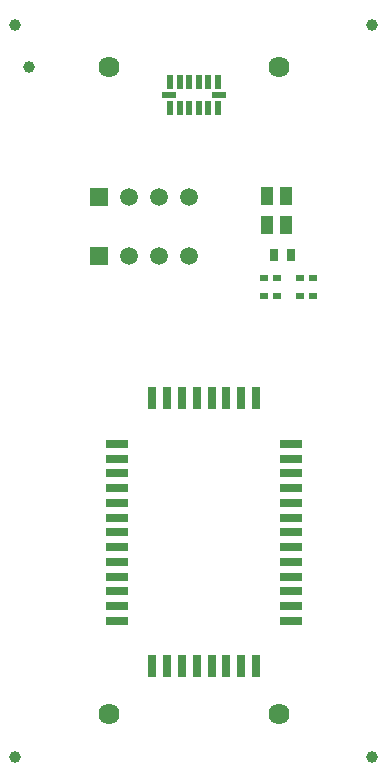
<source format=gbr>
%TF.GenerationSoftware,Altium Limited,Altium Designer,21.1.0 (24)*%
G04 Layer_Color=255*
%FSLAX45Y45*%
%MOMM*%
%TF.SameCoordinates,49BA872B-5DCF-458F-AF9B-1BC46ABFEFE7*%
%TF.FilePolarity,Positive*%
%TF.FileFunction,Pads,Top*%
%TF.Part,Single*%
G01*
G75*
%TA.AperFunction,SMDPad,CuDef*%
%ADD11R,0.70000X0.60000*%
%ADD12R,0.55000X1.14500*%
%ADD13R,1.14500X0.55000*%
%ADD14R,1.90000X0.70000*%
%ADD15R,0.70000X1.90000*%
%ADD16R,1.10000X1.57000*%
%ADD17R,0.78000X0.99000*%
%TA.AperFunction,WasherPad*%
%ADD18C,0.99000*%
%TA.AperFunction,ComponentPad*%
%ADD19C,1.78500*%
%ADD20C,0.99000*%
%ADD21C,1.50000*%
%ADD22R,1.50000X1.50000*%
D11*
X2805002Y4149998D02*
D03*
X2695005D02*
D03*
X2995004D02*
D03*
X3105001D02*
D03*
Y3999996D02*
D03*
X2995004D02*
D03*
X2695005D02*
D03*
X2805002D02*
D03*
D12*
X2300004Y5809705D02*
D03*
X2220004D02*
D03*
X2140004D02*
D03*
X2060005D02*
D03*
X1980005D02*
D03*
X1900005D02*
D03*
Y5590305D02*
D03*
X1980005D02*
D03*
X2060005D02*
D03*
X2140004D02*
D03*
X2220004D02*
D03*
X2300004D02*
D03*
D13*
X1890206Y5700007D02*
D03*
X2309803D02*
D03*
D14*
X1449998Y2750001D02*
D03*
Y2625002D02*
D03*
Y2500004D02*
D03*
Y2375005D02*
D03*
Y2250002D02*
D03*
Y2125003D02*
D03*
Y2000005D02*
D03*
Y1875001D02*
D03*
Y1750003D02*
D03*
Y1625004D02*
D03*
Y1500001D02*
D03*
Y1375002D02*
D03*
Y1250004D02*
D03*
X2919998D02*
D03*
Y1375002D02*
D03*
Y1500001D02*
D03*
Y1625004D02*
D03*
Y1750003D02*
D03*
Y1875001D02*
D03*
Y2000005D02*
D03*
Y2125003D02*
D03*
Y2250002D02*
D03*
Y2375005D02*
D03*
Y2500004D02*
D03*
Y2625002D02*
D03*
Y2750001D02*
D03*
D15*
X1747498Y869105D02*
D03*
X1872502D02*
D03*
X1997500D02*
D03*
X2122499D02*
D03*
X2247502D02*
D03*
X2372501D02*
D03*
X2497499D02*
D03*
X2622498D02*
D03*
Y3139103D02*
D03*
X2497499D02*
D03*
X2372501D02*
D03*
X2247502D02*
D03*
X2122499D02*
D03*
X1997500D02*
D03*
X1872502D02*
D03*
X1747498D02*
D03*
D16*
X2880999Y4849996D02*
D03*
X2718997D02*
D03*
X2880999Y4599999D02*
D03*
X2718997D02*
D03*
D17*
X2920003Y4349992D02*
D03*
X2780003D02*
D03*
D18*
X584200Y101600D02*
D03*
X3606800D02*
D03*
Y6299200D02*
D03*
X584200D02*
D03*
D19*
X1375835Y5943776D02*
D03*
X2817839D02*
D03*
Y457773D02*
D03*
X1375835D02*
D03*
D20*
X702837Y5943776D02*
D03*
D21*
X2057398Y4343398D02*
D03*
X1803398D02*
D03*
X1549398D02*
D03*
X2057404Y4838704D02*
D03*
X1803404D02*
D03*
X1549404D02*
D03*
D22*
X1295398Y4343398D02*
D03*
X1295404Y4838704D02*
D03*
%TF.MD5,ec52a435e900429be7edf766a9a4385c*%
M02*

</source>
